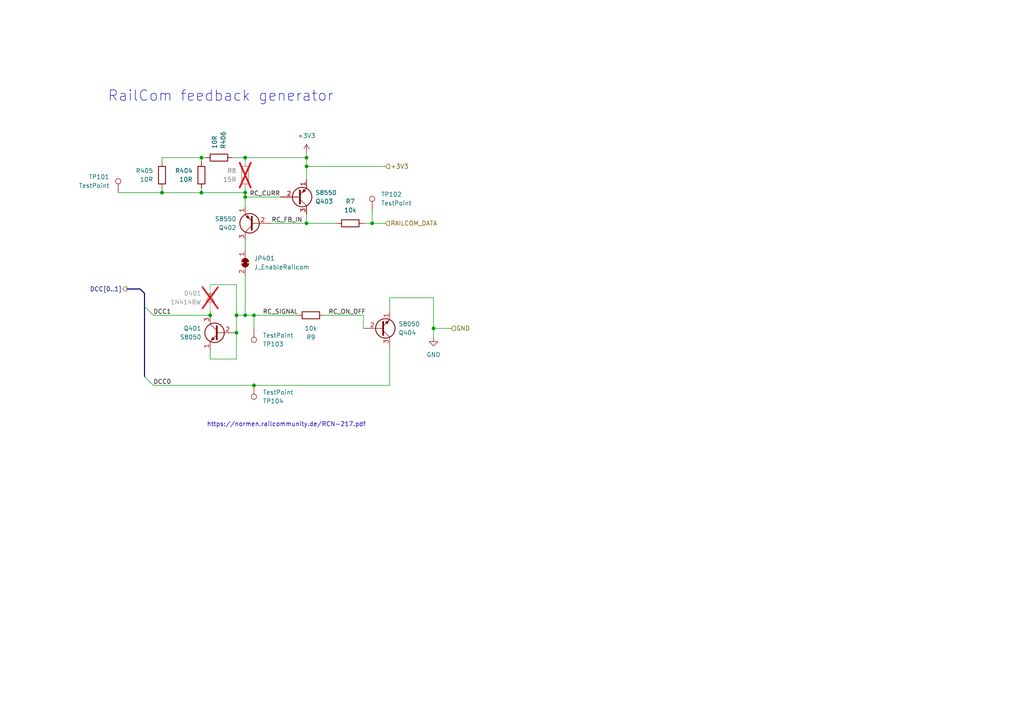
<source format=kicad_sch>
(kicad_sch (version 20231120) (generator "eeschema") (generator_version "7.99")
  (paper "A4")
  (lib_symbols
    (symbol "Connector:TestPoint" (pin_numbers hide) (pin_names (offset 0.762) hide)
      (property "Reference" "TP" (at 0 6.858 0))
      (property "Value" "TestPoint" (at 0 5.08 0))
      (symbol "TestPoint_0_1"
        (circle (center 0 3.302) (radius 0.762))
      )
      (symbol "TestPoint_1_1"
        (pin passive line (at 0 0 90) (length 2.54) (name "1") (number "1"))
      )
    )
    (symbol "Device:R" (pin_numbers hide) (pin_names (offset 0))
      (property "Reference" "R" (at 2.032 0 90))
      (property "Value" "R" (at 0 0 90))
      (symbol "R_0_1"
        (rectangle (start -1.016 -2.54) (end 1.016 2.54) (stroke (width 0.254)))
      )
      (symbol "R_1_1"
        (pin passive line (at 0 3.81 270) (length 1.27) (name "~") (number "1"))
        (pin passive line (at 0 -3.81 90) (length 1.27) (name "~") (number "2"))
      )
    )
    (symbol "Diode:1N4148W" (pin_numbers hide) (pin_names hide)
      (property "Reference" "D" (at 0 2.54 0))
      (property "Value" "1N4148W" (at 0 -2.54 0))
      (symbol "1N4148W_0_1"
        (polyline (pts (xy -1.27 1.27) (xy -1.27 -1.27)) (stroke (width 0.254)))
        (polyline (pts (xy 1.27 0) (xy -1.27 0)))
        (polyline (pts (xy 1.27 1.27) (xy 1.27 -1.27) (xy -1.27 0) (xy 1.27 1.27)) (stroke (width 0.254)))
      )
      (symbol "1N4148W_1_1"
        (pin passive line (at -3.81 0 0) (length 2.54) (name "K") (number "1"))
        (pin passive line (at 3.81 0 180) (length 2.54) (name "A") (number "2"))
      )
    )
    (symbol "Jumper:SolderJumper_2_Bridged" (pin_names (offset 0) hide)
      (property "Reference" "JP" (at 0 2.032 0))
      (property "Value" "SolderJumper_2_Bridged" (at 0 -2.54 0))
      (symbol "SolderJumper_2_Bridged_0_1"
        (rectangle (start -0.508 0.508) (end 0.508 -0.508) (fill (type outline)))
        (arc (start -0.254 1.016) (mid -1.2656 0) (end -0.254 -1.016))
        (arc (start -0.254 1.016) (mid -1.2656 0) (end -0.254 -1.016) (fill (type outline)))
        (polyline (pts (xy -0.254 1.016) (xy -0.254 -1.016)))
        (polyline (pts (xy 0.254 1.016) (xy 0.254 -1.016)))
        (arc (start 0.254 -1.016) (mid 1.2656 0) (end 0.254 1.016))
        (arc (start 0.254 -1.016) (mid 1.2656 0) (end 0.254 1.016) (fill (type outline)))
      )
      (symbol "SolderJumper_2_Bridged_1_1"
        (pin passive line (at -3.81 0 0) (length 2.54) (name "A") (number "1"))
        (pin passive line (at 3.81 0 180) (length 2.54) (name "B") (number "2"))
      )
    )
    (symbol "Transistor_BJT:S8050" (pin_names (offset 0) hide)
      (property "Reference" "Q" (at 5.08 1.905 0))
      (property "Value" "S8050" (at 5.08 0 0))
      (symbol "S8050_0_1"
        (polyline (pts (xy 0 0) (xy 0.635 0)))
        (polyline (pts (xy 0.635 0.635) (xy 2.54 2.54)))
        (polyline (pts (xy 0.635 -0.635) (xy 2.54 -2.54) (xy 2.54 -2.54)))
        (polyline (pts (xy 0.635 1.905) (xy 0.635 -1.905) (xy 0.635 -1.905)) (stroke (width 0.508)))
        (polyline (pts (xy 1.27 -1.778) (xy 1.778 -1.27) (xy 2.286 -2.286) (xy 1.27 -1.778) (xy 1.27 -1.778)) (fill (type outline)))
        (circle (center 1.27 0) (radius 2.8194) (stroke (width 0.254)))
      )
      (symbol "S8050_1_1"
        (pin passive line (at 2.54 -5.08 90) (length 2.54) (name "E") (number "1"))
        (pin input line (at -5.08 0 0) (length 5.08) (name "B") (number "2"))
        (pin passive line (at 2.54 5.08 270) (length 2.54) (name "C") (number "3"))
      )
    )
    (symbol "Transistor_BJT:S8550" (pin_names (offset 0) hide)
      (property "Reference" "Q" (at 5.08 1.905 0))
      (property "Value" "S8550" (at 5.08 0 0))
      (symbol "S8550_0_1"
        (polyline (pts (xy 0 0) (xy 0.635 0)))
        (polyline (pts (xy 2.54 -2.54) (xy 0.635 -0.635)))
        (polyline (pts (xy 2.54 2.54) (xy 0.635 0.635)))
        (polyline (pts (xy 0.635 1.905) (xy 0.635 -1.905) (xy 0.635 -1.905)) (stroke (width 0.508)) (fill (type outline)))
        (polyline (pts (xy 1.778 -2.286) (xy 2.286 -1.778) (xy 1.27 -1.27) (xy 1.778 -2.286) (xy 1.778 -2.286)) (fill (type outline)))
        (circle (center 1.27 0) (radius 2.8194) (stroke (width 0.254)))
      )
      (symbol "S8550_1_1"
        (pin passive line (at 2.54 -5.08 90) (length 2.54) (name "E") (number "1"))
        (pin input line (at -5.08 0 0) (length 5.08) (name "B") (number "2"))
        (pin passive line (at 2.54 5.08 270) (length 2.54) (name "C") (number "3"))
      )
    )
    (symbol "power:+5V" (power) (pin_names (offset 0))
      (property "Value" "+5V" (at 0 3.556 0))
      (symbol "+5V_0_1"
        (polyline (pts (xy -0.762 1.27) (xy 0 2.54)))
        (polyline (pts (xy 0 0) (xy 0 2.54)))
        (polyline (pts (xy 0 2.54) (xy 0.762 1.27)))
      )
      (symbol "+5V_1_1"
        (pin power_in line (at 0 0 90) (length 0) hide (name "+5V") (number "1"))
      )
    )
    (symbol "power:GND" (power) (pin_names (offset 0))
      (property "Value" "GND" (at 0 -3.81 0))
      (symbol "GND_0_1"
        (polyline (pts (xy 0 0) (xy 0 -1.27) (xy 1.27 -1.27) (xy 0 -2.54) (xy -1.27 -1.27) (xy 0 -1.27)))
      )
      (symbol "GND_1_1"
        (pin power_in line (at 0 0 270) (length 0) hide (name "GND") (number "1"))
      )
    )
  )
  (junction (at 71.12 91.44))
  (junction (at 125.73 95.25))
  (junction (at 88.9 45.72))
  (junction (at 46.99 55.88))
  (junction (at 71.12 45.72))
  (junction (at 73.66 91.44))
  (junction (at 58.42 45.72))
  (junction (at 68.58 96.52))
  (junction (at 68.58 91.44))
  (junction (at 107.95 64.77))
  (junction (at 60.96 91.44))
  (junction (at 73.66 111.76))
  (junction (at 88.9 64.77))
  (junction (at 71.12 55.88))
  (junction (at 58.42 55.88))
  (junction (at 88.9 48.26))
  (junction (at 71.12 57.15))
  (bus_entry (at 41.91 109.22) (size 2.54 2.54))
  (bus_entry (at 41.91 88.9) (size 2.54 2.54))
  (bus (pts (xy 41.91 88.9) (xy 41.91 109.22)))
  (wire (pts (xy 88.9 64.77) (xy 88.9 62.23)))
  (wire (pts (xy 58.42 54.61) (xy 58.42 55.88)))
  (wire (pts (xy 125.73 86.36) (xy 125.73 95.25)))
  (wire (pts (xy 60.96 82.55) (xy 68.58 82.55)))
  (wire (pts (xy 125.73 95.25) (xy 125.73 97.79)))
  (wire (pts (xy 68.58 91.44) (xy 68.58 96.52)))
  (wire (pts (xy 44.45 111.76) (xy 73.66 111.76)))
  (bus (pts (xy 41.91 85.09) (xy 41.91 88.9)))
  (wire (pts (xy 130.81 95.25) (xy 125.73 95.25)))
  (wire (pts (xy 113.03 86.36) (xy 113.03 90.17)))
  (wire (pts (xy 68.58 96.52) (xy 68.58 104.14)))
  (wire (pts (xy 46.99 55.88) (xy 58.42 55.88)))
  (wire (pts (xy 71.12 59.69) (xy 71.12 57.15)))
  (wire (pts (xy 71.12 91.44) (xy 73.66 91.44)))
  (wire (pts (xy 46.99 46.99) (xy 46.99 45.72)))
  (wire (pts (xy 44.45 91.44) (xy 60.96 91.44)))
  (wire (pts (xy 88.9 44.45) (xy 88.9 45.72)))
  (wire (pts (xy 73.66 111.76) (xy 113.03 111.76)))
  (wire (pts (xy 88.9 48.26) (xy 88.9 52.07)))
  (wire (pts (xy 58.42 46.99) (xy 58.42 45.72)))
  (wire (pts (xy 73.66 91.44) (xy 73.66 95.25)))
  (wire (pts (xy 71.12 69.85) (xy 71.12 72.39)))
  (wire (pts (xy 71.12 54.61) (xy 71.12 55.88)))
  (wire (pts (xy 68.58 82.55) (xy 68.58 91.44)))
  (wire (pts (xy 73.66 91.44) (xy 86.36 91.44)))
  (wire (pts (xy 107.95 60.96) (xy 107.95 64.77)))
  (bus (pts (xy 40.64 83.82) (xy 41.91 85.09)))
  (wire (pts (xy 60.96 104.14) (xy 60.96 101.6)))
  (wire (pts (xy 58.42 45.72) (xy 59.69 45.72)))
  (wire (pts (xy 93.98 91.44) (xy 105.41 91.44)))
  (wire (pts (xy 113.03 86.36) (xy 125.73 86.36)))
  (wire (pts (xy 67.31 45.72) (xy 71.12 45.72)))
  (wire (pts (xy 58.42 55.88) (xy 71.12 55.88)))
  (wire (pts (xy 88.9 45.72) (xy 71.12 45.72)))
  (wire (pts (xy 105.41 64.77) (xy 107.95 64.77)))
  (wire (pts (xy 88.9 48.26) (xy 111.76 48.26)))
  (wire (pts (xy 97.79 64.77) (xy 88.9 64.77)))
  (bus (pts (xy 36.83 83.82) (xy 40.64 83.82)))
  (wire (pts (xy 46.99 55.88) (xy 46.99 54.61)))
  (wire (pts (xy 71.12 55.88) (xy 71.12 57.15)))
  (wire (pts (xy 71.12 57.15) (xy 81.28 57.15)))
  (wire (pts (xy 113.03 111.76) (xy 113.03 100.33)))
  (wire (pts (xy 68.58 91.44) (xy 71.12 91.44)))
  (wire (pts (xy 34.29 55.88) (xy 46.99 55.88)))
  (wire (pts (xy 60.96 90.17) (xy 60.96 91.44)))
  (wire (pts (xy 71.12 80.01) (xy 71.12 91.44)))
  (wire (pts (xy 78.74 64.77) (xy 88.9 64.77)))
  (wire (pts (xy 88.9 48.26) (xy 88.9 45.72)))
  (wire (pts (xy 107.95 64.77) (xy 111.76 64.77)))
  (wire (pts (xy 71.12 45.72) (xy 71.12 46.99)))
  (wire (pts (xy 68.58 104.14) (xy 60.96 104.14)))
  (wire (pts (xy 105.41 91.44) (xy 105.41 95.25)))
  (wire (pts (xy 46.99 45.72) (xy 58.42 45.72)))
  (text "RailCom feedback generator" (at 64.008 27.94 0) (effects (font (size 3.048 3.048))))
  (text "https://normen.railcommunity.de/RCN-217.pdf" (at 83.058 123.19 0) (effects (font (size 1.27 1.27))))
  (label "DCC0" (at 44.45 111.76 0))
  (label "RC_CURR" (at 72.39 57.15 0))
  (label "RC_FB_IN" (at 78.74 64.77 0))
  (label "DCC1" (at 44.45 91.44 0))
  (label "RC_SIGNAL" (at 76.2 91.44 0))
  (label "RC_ON_OFF" (at 95.25 91.44 0))
  (hierarchical_label "DCC[0..1]" (shape output) (at 36.83 83.82 180))
  (hierarchical_label "+3V3" (shape input) (at 111.76 48.26 0))
  (hierarchical_label "RAILCOM_DATA" (shape input) (at 111.76 64.77 0))
  (hierarchical_label "GND" (shape input) (at 130.81 95.25 0))
  (symbol (lib_id "Connector:TestPoint") (at 107.95 60.96 0) (unit 1)
    (property "Reference" "TP102" (at 110.49 56.3879 0) (effects (justify left)))
    (property "Value" "TestPoint" (at 110.49 58.9279 0) (effects (justify left)))
    (property "Footprint" "TestPoint:TestPoint_Pad_D2.0mm" (effects (hide yes)))
    (property "Description" "test point" (effects (hide yes)))
  )
  (symbol (lib_id "Transistor_BJT:S8550") (at 86.36 57.15 0) (mirror x) (unit 1)
    (property "Reference" "Q403" (at 91.44 58.42 0) (effects (justify left)))
    (property "Value" "S8550" (at 91.44 55.88 0) (effects (justify left)))
    (property "Footprint" "Package_TO_SOT_SMD:SOT-23" (effects (hide yes)))
    (property "Datasheet" "http://www.unisonic.com.tw/datasheet/S8550.pdf" (effects (hide yes)))
    (property "Description" "0.7A Ic, 20V Vce, Low Voltage High Current PNP Transistor, TO-92" (effects (hide yes)))
    (property "LCSC" "C8542" (effects (hide yes)))
  )
  (symbol (lib_id "Device:R") (at 46.99 50.8 0) (mirror x) (unit 1)
    (property "Reference" "R405" (at 44.45 49.53 0) (effects (justify right)))
    (property "Value" "10R" (at 44.45 52.07 0) (effects (justify right)))
    (property "Footprint" "Resistor_SMD:R_0805_2012Metric_Pad1.20x1.40mm_HandSolder" (effects (hide yes)))
    (property "Description" "Resistor" (effects (hide yes)))
    (property "LCSC" "C22950" (effects (hide yes)))
  )
  (symbol (lib_id "Transistor_BJT:S8550") (at 73.66 64.77 180) (unit 1)
    (property "Reference" "Q402" (at 68.58 66.04 0) (effects (justify left)))
    (property "Value" "S8550" (at 68.58 63.5 0) (effects (justify left)))
    (property "Footprint" "Package_TO_SOT_SMD:SOT-23" (effects (hide yes)))
    (property "Datasheet" "http://www.unisonic.com.tw/datasheet/S8550.pdf" (effects (hide yes)))
    (property "Description" "0.7A Ic, 20V Vce, Low Voltage High Current PNP Transistor, TO-92" (effects (hide yes)))
    (property "LCSC" "C8542" (effects (hide yes)))
  )
  (symbol (lib_id "Device:R") (at 58.42 50.8 0) (mirror x) (unit 1)
    (property "Reference" "R404" (at 55.88 49.53 0) (effects (justify right)))
    (property "Value" "10R" (at 55.88 52.07 0) (effects (justify right)))
    (property "Footprint" "Resistor_SMD:R_0805_2012Metric_Pad1.20x1.40mm_HandSolder" (effects (hide yes)))
    (property "Description" "Resistor" (effects (hide yes)))
    (property "LCSC" "C22950" (effects (hide yes)))
  )
  (symbol (lib_id "power:GND") (at 125.73 97.79 0) (unit 1)
    (property "Reference" "#PWR0101" (effects (hide yes)))
    (property "Value" "GND" (at 125.73 102.87 0))
    (property "Description" "Power symbol creates a global label with name \"GND\" , ground" (effects (hide yes)))
  )
  (symbol (lib_id "Connector:TestPoint") (at 34.29 55.88 0) (mirror y) (unit 1)
    (property "Reference" "TP101" (at 31.75 51.3079 0) (effects (justify left)))
    (property "Value" "TestPoint" (at 31.75 53.8479 0) (effects (justify left)))
    (property "Footprint" "TestPoint:TestPoint_Pad_D2.0mm" (effects (hide yes)))
    (property "Description" "test point" (effects (hide yes)))
  )
  (symbol (lib_id "Device:R") (at 63.5 45.72 90) (mirror x) (unit 1)
    (property "Reference" "R406" (at 64.77 43.18 0) (effects (justify right)))
    (property "Value" "10R" (at 62.23 43.18 0) (effects (justify right)))
    (property "Footprint" "Resistor_SMD:R_0805_2012Metric_Pad1.20x1.40mm_HandSolder" (effects (hide yes)))
    (property "Description" "Resistor" (effects (hide yes)))
    (property "LCSC" "C22950" (effects (hide yes)))
  )
  (symbol (lib_id "Transistor_BJT:S8050") (at 63.5 96.52 0) (mirror y) (unit 1)
    (property "Reference" "Q401" (at 58.42 95.25 0) (effects (justify left)))
    (property "Value" "S8050" (at 58.42 97.79 0) (effects (justify left)))
    (property "Footprint" "Package_TO_SOT_SMD:SOT-23" (effects (hide yes)))
    (property "Datasheet" "http://www.unisonic.com.tw/datasheet/S8050.pdf" (effects (hide yes)))
    (property "Description" "0.7A Ic, 20V Vce, Low Voltage High Current NPN Transistor, TO-92" (effects (hide yes)))
    (property "LCSC" "C2150" (effects (hide yes)))
  )
  (symbol (lib_id "Device:R") (at 101.6 64.77 90) (unit 1)
    (property "Reference" "R7" (at 101.6 58.42 90))
    (property "Value" "10k" (at 101.6 60.96 90))
    (property "Footprint" "Resistor_SMD:R_0805_2012Metric_Pad1.20x1.40mm_HandSolder" (effects (hide yes)))
    (property "Description" "Resistor" (effects (hide yes)))
    (property "LCSC" "C25744" (effects (hide yes)))
  )
  (symbol (lib_id "Transistor_BJT:S8050") (at 110.49 95.25 0) (mirror x) (unit 1)
    (property "Reference" "Q404" (at 115.57 96.52 0) (effects (justify left)))
    (property "Value" "S8050" (at 115.57 93.98 0) (effects (justify left)))
    (property "Footprint" "Package_TO_SOT_SMD:SOT-23" (effects (hide yes)))
    (property "Datasheet" "http://www.unisonic.com.tw/datasheet/S8050.pdf" (effects (hide yes)))
    (property "Description" "0.7A Ic, 20V Vce, Low Voltage High Current NPN Transistor, TO-92" (effects (hide yes)))
    (property "LCSC" "C2150" (effects (hide yes)))
  )
  (symbol (lib_id "Connector:TestPoint") (at 73.66 111.76 0) (mirror x) (unit 1)
    (property "Reference" "TP104" (at 76.2 116.3321 0) (effects (justify left)))
    (property "Value" "TestPoint" (at 76.2 113.7921 0) (effects (justify left)))
    (property "Footprint" "TestPoint:TestPoint_Pad_D2.0mm" (effects (hide yes)))
    (property "Description" "test point" (effects (hide yes)))
  )
  (symbol (lib_id "Connector:TestPoint") (at 73.66 95.25 0) (mirror x) (unit 1)
    (property "Reference" "TP103" (at 76.2 99.8221 0) (effects (justify left)))
    (property "Value" "TestPoint" (at 76.2 97.2821 0) (effects (justify left)))
    (property "Footprint" "TestPoint:TestPoint_Pad_D2.0mm" (effects (hide yes)))
    (property "Description" "test point" (effects (hide yes)))
  )
  (symbol (lib_id "power:+5V") (at 88.9 44.45 0) (unit 1)
    (property "Reference" "#PWR04" (effects (hide yes)))
    (property "Value" "+3V3" (at 88.9 39.37 0))
    (property "Description" "Power symbol creates a global label with name \"+5V\"" (effects (hide yes)))
  )
  (symbol (lib_id "Device:R") (at 71.12 50.8 0) (mirror x) (unit 1) (exclude_from_sim yes) (in_bom no) (on_board no) (dnp yes)
    (property "Reference" "R8" (at 68.58 49.53 0) (effects (justify right)))
    (property "Value" "15R" (at 68.58 52.07 0) (effects (justify right)))
    (property "Footprint" "Resistor_SMD:R_0603_1608Metric_Pad0.98x0.95mm_HandSolder" (effects (hide yes)))
    (property "Description" "Resistor" (effects (hide yes)))
    (property "LCSC" "C22950" (effects (hide yes)))
  )
  (symbol (lib_id "Jumper:SolderJumper_2_Bridged") (at 71.12 76.2 270) (unit 1)
    (property "Reference" "JP401" (at 73.66 74.9299 90) (effects (justify left)))
    (property "Value" "J_EnableRailcom" (at 73.66 77.4699 90) (effects (justify left)))
    (property "Footprint" "Jumper:SolderJumper-2_P1.3mm_Bridged_RoundedPad1.0x1.5mm" (effects (hide yes)))
    (property "Description" "Solder Jumper, 2-pole, closed/bridged" (effects (hide yes)))
  )
  (symbol (lib_id "Device:R") (at 90.17 91.44 90) (mirror x) (unit 1)
    (property "Reference" "R9" (at 90.17 97.79 90))
    (property "Value" "10k" (at 90.17 95.25 90))
    (property "Footprint" "Resistor_SMD:R_0805_2012Metric_Pad1.20x1.40mm_HandSolder" (effects (hide yes)))
    (property "Description" "Resistor" (effects (hide yes)))
    (property "LCSC" "C25744" (effects (hide yes)))
  )
  (symbol (lib_id "Diode:1N4148W") (at 60.96 86.36 90) (mirror x) (unit 1) (in_bom no) (on_board no) (dnp yes)
    (property "Reference" "D401" (at 58.42 85.09 90) (effects (justify left)))
    (property "Value" "1N4148W" (at 58.42 87.63 90) (effects (justify left)))
    (property "Footprint" "Diode_SMD:D_SOD-123" (effects (hide yes)))
    (property "Datasheet" "https://www.vishay.com/docs/85748/1n4148w.pdf" (effects (hide yes)))
    (property "Description" "75V 0.15A Fast Switching Diode, SOD-123" (effects (hide yes)))
    (property "Sim.Device" "D" (effects (hide yes)))
    (property "Sim.Pins" "1=K 2=A" (effects (hide yes)))
    (property "LCSC" "C81598" (effects (hide yes)))
  )
)
</source>
